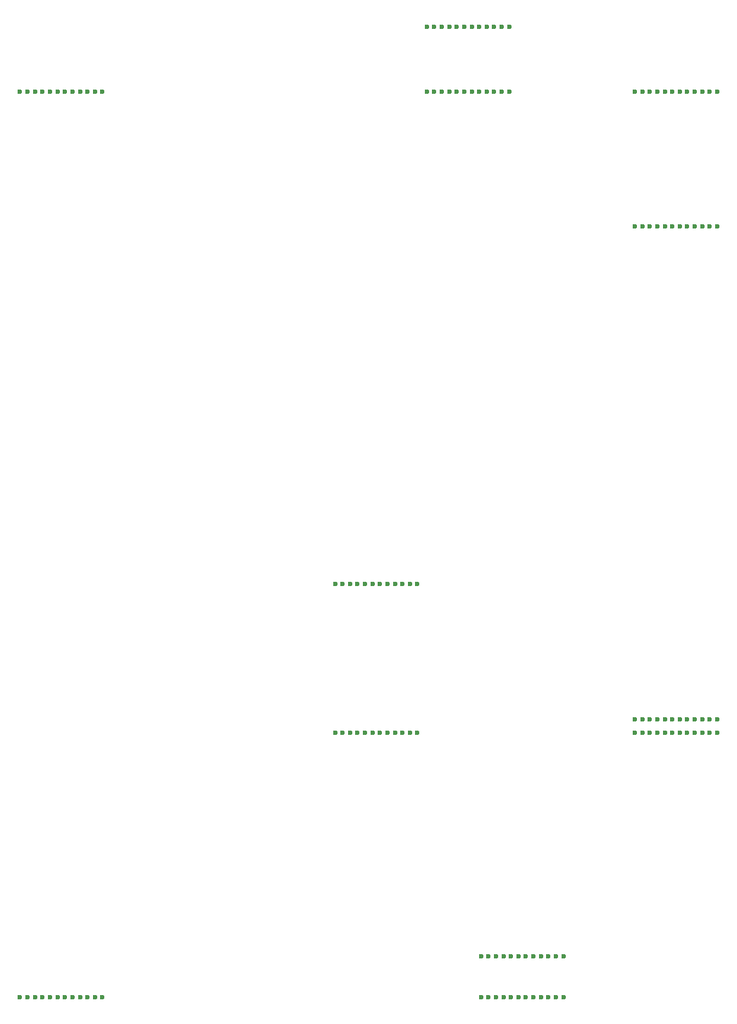
<source format=gbr>
%TF.GenerationSoftware,KiCad,Pcbnew,(6.0.5)*%
%TF.CreationDate,2022-07-11T17:07:05+09:00*%
%TF.ProjectId,ergotonic_f24_parts,6572676f-746f-46e6-9963-5f6632345f70,rev?*%
%TF.SameCoordinates,Original*%
%TF.FileFunction,Soldermask,Top*%
%TF.FilePolarity,Negative*%
%FSLAX46Y46*%
G04 Gerber Fmt 4.6, Leading zero omitted, Abs format (unit mm)*
G04 Created by KiCad (PCBNEW (6.0.5)) date 2022-07-11 17:07:05*
%MOMM*%
%LPD*%
G01*
G04 APERTURE LIST*
%ADD10C,0.600000*%
G04 APERTURE END LIST*
D10*
%TO.C,mb8*%
X-94054000Y-114899000D03*
X-86854000Y-114899000D03*
X-94954000Y-114899000D03*
X-89554000Y-114899000D03*
X-91354000Y-114899000D03*
X-93154000Y-114899000D03*
X-95854000Y-114899000D03*
X-92254000Y-114899000D03*
X-87754000Y-114899000D03*
X-90454000Y-114899000D03*
X-88654000Y-114899000D03*
X-96754000Y-114899000D03*
%TD*%
%TO.C,mb29*%
X-39779000Y-6179000D03*
X-43379000Y-6179000D03*
X-41579000Y-6179000D03*
X-45179000Y-6179000D03*
X-37979000Y-6179000D03*
X-47879000Y-6179000D03*
X-42479000Y-6179000D03*
X-46079000Y-6179000D03*
X-44279000Y-6179000D03*
X-40679000Y-6179000D03*
X-46979000Y-6179000D03*
X-38879000Y-6179000D03*
%TD*%
%TO.C,mb15*%
X-58901000Y-83139000D03*
X-52601000Y-83139000D03*
X-51701000Y-83139000D03*
X-50801000Y-83139000D03*
X-49901000Y-83139000D03*
X-49001000Y-83139000D03*
X-56201000Y-83139000D03*
X-57101000Y-83139000D03*
X-58001000Y-83139000D03*
X-53501000Y-83139000D03*
X-55301000Y-83139000D03*
X-54401000Y-83139000D03*
%TD*%
%TO.C,mb12*%
X-21079000Y-81539000D03*
X-17479000Y-81539000D03*
X-18379000Y-81539000D03*
X-12979000Y-81539000D03*
X-14779000Y-81539000D03*
X-13879000Y-81539000D03*
X-19279000Y-81539000D03*
X-15679000Y-81539000D03*
X-21979000Y-81539000D03*
X-22879000Y-81539000D03*
X-20179000Y-81539000D03*
X-16579000Y-81539000D03*
%TD*%
%TO.C,mb30*%
X-37979000Y1621000D03*
X-47879000Y1621000D03*
X-43379000Y1621000D03*
X-39779000Y1621000D03*
X-38879000Y1621000D03*
X-42479000Y1621000D03*
X-45179000Y1621000D03*
X-41579000Y1621000D03*
X-46079000Y1621000D03*
X-44279000Y1621000D03*
X-40679000Y1621000D03*
X-46979000Y1621000D03*
%TD*%
%TO.C,mb19*%
X-21079000Y-22394000D03*
X-15679000Y-22394000D03*
X-12979000Y-22394000D03*
X-18379000Y-22394000D03*
X-17479000Y-22394000D03*
X-22879000Y-22394000D03*
X-13879000Y-22394000D03*
X-20179000Y-22394000D03*
X-16579000Y-22394000D03*
X-19279000Y-22394000D03*
X-21979000Y-22394000D03*
X-14779000Y-22394000D03*
%TD*%
%TO.C,mb20*%
X-20179000Y-6179000D03*
X-16579000Y-6179000D03*
X-14779000Y-6179000D03*
X-21979000Y-6179000D03*
X-18379000Y-6179000D03*
X-22879000Y-6179000D03*
X-21079000Y-6179000D03*
X-19279000Y-6179000D03*
X-12979000Y-6179000D03*
X-13879000Y-6179000D03*
X-17479000Y-6179000D03*
X-15679000Y-6179000D03*
%TD*%
%TO.C,mb27*%
X-86854000Y-6179000D03*
X-91354000Y-6179000D03*
X-87754000Y-6179000D03*
X-96754000Y-6179000D03*
X-94954000Y-6179000D03*
X-94054000Y-6179000D03*
X-95854000Y-6179000D03*
X-88654000Y-6179000D03*
X-89554000Y-6179000D03*
X-92254000Y-6179000D03*
X-90454000Y-6179000D03*
X-93154000Y-6179000D03*
%TD*%
%TO.C,mb2*%
X-32366000Y-109996000D03*
X-36866000Y-109996000D03*
X-31466000Y-109996000D03*
X-34166000Y-109996000D03*
X-35066000Y-109996000D03*
X-33266000Y-109996000D03*
X-39566000Y-109996000D03*
X-38666000Y-109996000D03*
X-41366000Y-109996000D03*
X-35966000Y-109996000D03*
X-40466000Y-109996000D03*
X-37766000Y-109996000D03*
%TD*%
%TO.C,mb16*%
X-49901000Y-65322000D03*
X-53501000Y-65322000D03*
X-50801000Y-65322000D03*
X-49001000Y-65322000D03*
X-55301000Y-65322000D03*
X-52601000Y-65322000D03*
X-54401000Y-65322000D03*
X-57101000Y-65322000D03*
X-58001000Y-65322000D03*
X-58901000Y-65322000D03*
X-51701000Y-65322000D03*
X-56201000Y-65322000D03*
%TD*%
%TO.C,mb1*%
X-32366000Y-114899000D03*
X-31466000Y-114899000D03*
X-35966000Y-114899000D03*
X-37766000Y-114899000D03*
X-35066000Y-114899000D03*
X-33266000Y-114899000D03*
X-34166000Y-114899000D03*
X-39566000Y-114899000D03*
X-36866000Y-114899000D03*
X-40466000Y-114899000D03*
X-41366000Y-114899000D03*
X-38666000Y-114899000D03*
%TD*%
%TO.C,mb11*%
X-12979000Y-83139000D03*
X-16579000Y-83139000D03*
X-13879000Y-83139000D03*
X-21079000Y-83139000D03*
X-14779000Y-83139000D03*
X-21979000Y-83139000D03*
X-22879000Y-83139000D03*
X-18379000Y-83139000D03*
X-20179000Y-83139000D03*
X-19279000Y-83139000D03*
X-15679000Y-83139000D03*
X-17479000Y-83139000D03*
%TD*%
M02*

</source>
